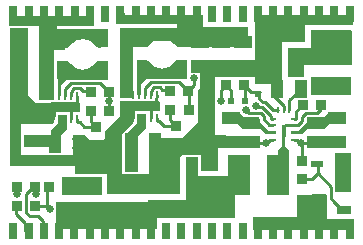
<source format=gtl>
G04*
G04 #@! TF.GenerationSoftware,Altium Limited,Altium Designer,20.0.2 (26)*
G04*
G04 Layer_Physical_Order=1*
G04 Layer_Color=255*
%FSLAX25Y25*%
%MOIN*%
G70*
G01*
G75*
%ADD15C,0.01000*%
%ADD41C,0.03347*%
%ADD42R,0.03347X0.03347*%
%ADD43R,0.04291X0.04409*%
%ADD44R,0.04331X0.01968*%
%ADD45R,0.03347X0.03347*%
%ADD46R,0.13504X0.06024*%
%ADD47R,0.04724X0.02559*%
%ADD48R,0.04000X0.06000*%
%ADD49R,0.06000X0.04000*%
%ADD50R,0.16929X0.03347*%
%ADD51R,0.09449X0.03307*%
%ADD52R,0.01063X0.02913*%
%ADD53R,0.05787X0.04016*%
%ADD54R,0.05472X0.03780*%
%ADD55R,0.03780X0.05472*%
%ADD56R,0.05709X0.03543*%
%ADD57R,0.00984X0.07185*%
%ADD58R,0.02362X0.00984*%
%ADD59R,0.00984X0.02362*%
%ADD60R,0.07480X0.13386*%
%ADD61R,0.02165X0.02165*%
%ADD62R,0.02165X0.02165*%
%ADD63R,0.03347X0.06299*%
%ADD64C,0.01181*%
%ADD65R,0.03150X0.05512*%
%ADD66C,0.02559*%
G36*
X65250Y73150D02*
Y69100D01*
X80050Y69100D01*
Y62450D01*
X79976Y62524D01*
X56572D01*
X54789Y64400D01*
X48450Y64400D01*
X46650Y62550D01*
X41850D01*
X41850Y45325D01*
X37350D01*
Y68950D01*
X56572Y68950D01*
Y70000D01*
X36100Y70000D01*
Y73150D01*
X65250Y73150D01*
D02*
G37*
G36*
X91300Y73150D02*
X115200D01*
Y69850D01*
X99250Y69850D01*
X99250Y64150D01*
X91400Y64150D01*
X91400Y50300D01*
X82550Y50300D01*
X82550Y52450D01*
X69300D01*
Y33100D01*
X72750Y33100D01*
X72900Y32950D01*
X84150Y32950D01*
X84200Y32900D01*
X84251Y28750D01*
X70150D01*
X70150Y21300D01*
X64600Y21300D01*
X64600Y26487D01*
X57437Y26487D01*
Y13613D01*
X57200Y13350D01*
X33100Y13350D01*
X33100Y20300D01*
X22400Y20300D01*
Y22900D01*
X950D01*
Y68648D01*
X6850D01*
X6850Y46350D01*
X9250Y43950D01*
X24200Y43950D01*
Y40700D01*
X15331D01*
Y36900D01*
X4550D01*
Y26450D01*
X21850D01*
Y27000D01*
Y33100D01*
X25650D01*
X27350Y31400D01*
X31750D01*
X32550Y32200D01*
X32550Y34350D01*
X37400Y39200D01*
X37400Y44350D01*
X41831D01*
Y44300D01*
X50700D01*
Y41050D01*
X41831D01*
Y37250D01*
Y37231D01*
X38200Y33600D01*
Y24950D01*
X38200Y20300D01*
X47250Y20300D01*
X47250Y33650D01*
X51050D01*
Y32000D01*
X51450D01*
X58220Y32000D01*
X63350Y37069D01*
X63350Y47950D01*
X64150Y48750D01*
Y53900D01*
X61250Y53900D01*
X61250Y58300D01*
X82550Y58300D01*
Y73150D01*
X91300Y73150D01*
D02*
G37*
G36*
X101300Y67950D02*
X114700D01*
Y56350D01*
X98750D01*
Y52550D01*
X93350D01*
Y62300D01*
X101250D01*
Y68000D01*
X101300Y67950D01*
D02*
G37*
G36*
X43650Y54700D02*
X50950D01*
Y52150D01*
X46724Y52150D01*
X44450Y50182D01*
X44450Y48300D01*
X44450Y46600D01*
X43300D01*
Y55050D01*
X43650Y54700D01*
D02*
G37*
G36*
X17150Y54350D02*
X24450D01*
Y51800D01*
X20224Y51800D01*
X17950Y49832D01*
X17950Y47950D01*
X17950Y46250D01*
X16800D01*
Y54700D01*
X17150Y54350D01*
D02*
G37*
G36*
X29000Y69525D02*
X16600Y69525D01*
X16600Y67956D01*
X19150D01*
X19150Y61750D01*
X19000Y61600D01*
X15350D01*
Y44875D01*
X10550D01*
Y69525D01*
X400D01*
Y72825D01*
X29000D01*
Y69525D01*
D02*
G37*
G36*
X112850Y40800D02*
Y36950D01*
X107350D01*
X105600Y35200D01*
X99750Y35200D01*
X98050Y33500D01*
X94400D01*
X94450Y34400D01*
X94500Y34450D01*
X96800D01*
X99900Y37550D01*
Y39100D01*
X105550D01*
X106950Y40500D01*
Y40850D01*
X112800D01*
X112850Y40800D01*
D02*
G37*
G36*
X77150Y40700D02*
X78600Y39250D01*
X83300D01*
X84150Y38400D01*
Y37450D01*
X87175Y34425D01*
X89475D01*
X89525Y34375D01*
X89575Y33475D01*
X86025D01*
X84325Y35175D01*
X78375Y35175D01*
X76850Y36700D01*
X71350Y36700D01*
X71350Y40700D01*
X77150Y40700D01*
D02*
G37*
G36*
X16900Y39800D02*
X19750D01*
X19750Y35150D01*
X17700Y33100D01*
X17700Y29100D01*
X17300D01*
X15700Y29100D01*
X5700D01*
X5500Y29300D01*
X5500Y33250D01*
X14500Y33250D01*
Y34650D01*
X16800Y36950D01*
Y39800D01*
X16850Y39850D01*
X16900Y39800D01*
D02*
G37*
G36*
X112800Y32900D02*
Y28900D01*
X99950D01*
X99900Y28950D01*
Y32950D01*
X112750D01*
X112800Y32900D01*
D02*
G37*
G36*
X92600Y29550D02*
X93850Y28300D01*
X93850Y25000D01*
X90150Y25000D01*
Y28300D01*
X91450Y29522D01*
X91450Y36350D01*
X92600D01*
X92600Y29550D01*
D02*
G37*
G36*
X43400Y40150D02*
X46250D01*
X46250Y35500D01*
X43400Y32650D01*
X43400Y20950D01*
X39150Y20950D01*
X39150Y33050D01*
X43300Y37200D01*
Y40150D01*
X43350Y40200D01*
X43400Y40150D01*
D02*
G37*
G36*
X114500Y14300D02*
X109150D01*
Y27250D01*
X114450D01*
X114500Y14300D01*
D02*
G37*
G36*
X31600Y13286D02*
X18200Y13190D01*
Y19000D01*
X31600D01*
Y13286D01*
D02*
G37*
G36*
X63650Y19450D02*
X75877Y19450D01*
X75877Y5500D01*
X49800Y5500D01*
X49800Y1850D01*
X16250Y1850D01*
X16150Y1750D01*
Y10800D01*
X46750D01*
Y11400D01*
X59550Y11400D01*
X59550Y19450D01*
X59550Y25750D01*
X63650D01*
X63650Y19450D01*
D02*
G37*
G36*
X106350Y5050D02*
X115550Y5050D01*
Y1550D01*
X81900Y1550D01*
X81900Y5800D01*
X96350Y5800D01*
X96350Y13300D01*
X106350D01*
Y5050D01*
D02*
G37*
D15*
X9201Y9550D02*
X12785D01*
X13835Y8500D01*
X14150D01*
X9201Y15950D02*
X9551Y15600D01*
Y13350D02*
Y15600D01*
X1926Y14777D02*
X3100D01*
Y15950D02*
Y16100D01*
Y13350D02*
Y14777D01*
X1926D02*
X3099Y15950D01*
X82700Y42450D02*
X84950D01*
X33851Y41150D02*
Y47350D01*
X6278Y13428D02*
X8501Y15651D01*
X11701Y454D02*
Y4599D01*
X10150Y6150D02*
X11701Y4599D01*
X7350Y6150D02*
X10150D01*
X6278Y7222D02*
X7350Y6150D01*
X6278Y7222D02*
Y13428D01*
X2949Y6705D02*
Y10050D01*
Y6705D02*
X5900Y3754D01*
Y1162D02*
Y3754D01*
Y1162D02*
X7062Y0D01*
X11701Y454D02*
X12156Y0D01*
X19851Y15550D02*
X30210D01*
X13001Y15950D02*
X13301Y15650D01*
Y9349D02*
Y15650D01*
X89200Y47850D02*
Y49850D01*
X88650Y46350D02*
X90700D01*
X77170Y57550D02*
X82679D01*
X72250D02*
X77170D01*
X83479Y52371D02*
X84500Y51350D01*
X97344Y30434D02*
Y30450D01*
X48483Y42683D02*
X49637Y43836D01*
X41900Y41529D02*
X43053Y42683D01*
X21983Y42333D02*
X23137Y43486D01*
X15400Y41179D02*
X16554Y42333D01*
X50200Y30550D02*
X50551Y30199D01*
X23700Y30200D02*
X24051Y29849D01*
X92032Y41350D02*
Y42968D01*
X88650Y46350D02*
X92032Y42968D01*
X95575Y31409D02*
X96369D01*
X97344Y30434D01*
X94008Y44908D02*
X97700Y48600D01*
X89200Y47850D02*
X90700Y46350D01*
X84500Y51350D02*
X87700D01*
X68750Y53300D02*
X83479D01*
X68400Y52950D02*
X68750Y53300D01*
X68400Y29550D02*
Y52950D01*
X83479Y53300D02*
Y56529D01*
Y52371D02*
Y53300D01*
X83850Y45250D02*
Y47400D01*
X81101D02*
X83850D01*
X88544Y41350D02*
X90063D01*
X85844Y44050D02*
X88544Y41350D01*
X85050Y44050D02*
X85844D01*
X82700Y42450D02*
Y42850D01*
X87807Y38504D02*
Y39593D01*
X84950Y42450D02*
X87807Y39593D01*
X83850Y45250D02*
X85050Y44050D01*
X83850Y47400D02*
X84215D01*
X80592Y40458D02*
X84506D01*
X79600Y41450D02*
X80592Y40458D01*
X84506D02*
X85425Y39539D01*
Y38330D02*
Y39539D01*
Y38330D02*
X87228Y36527D01*
X112034Y15329D02*
Y22606D01*
X96256Y41107D02*
X98449Y43300D01*
X104551Y41701D02*
Y43300D01*
X103165Y40315D02*
X104551Y41701D01*
X99401Y40315D02*
X103165D01*
X94008Y42031D02*
Y44908D01*
X30210Y15550D02*
X30500Y15840D01*
X98050Y24501D02*
Y29728D01*
Y18399D02*
X101444D01*
X103422Y20378D01*
X110951Y7771D02*
Y8853D01*
X108550Y11254D02*
X110951Y8853D01*
X107950Y11854D02*
X109361Y10443D01*
X107950Y11854D02*
Y15850D01*
X103422Y20378D02*
X107950Y15850D01*
X13301Y9349D02*
X14150Y8500D01*
X107550Y38939D02*
X107589Y38900D01*
X109850D01*
X112034Y22606D02*
X112478Y23050D01*
X103422Y20378D02*
Y23050D01*
X110951Y7771D02*
X112034D01*
X63103Y72700D02*
X63850D01*
X58755D02*
X63103D01*
X73950Y65550D02*
X78550D01*
X65200Y65750D02*
X73750D01*
X52925Y72464D02*
X58009D01*
X63750Y64300D02*
X65200Y65750D01*
X102758Y30900D02*
X109850D01*
X97750Y30450D02*
X101300D01*
X60301Y47750D02*
X62200Y49649D01*
Y52000D01*
X73750Y65750D02*
X73950Y65550D01*
X71750Y57050D02*
X72250Y57550D01*
X83479Y56529D02*
X83590Y56640D01*
X82679Y57550D02*
X83590Y56640D01*
X60351Y41500D02*
Y47700D01*
X42139Y72150D02*
Y74217D01*
X38530Y72150D02*
X42139D01*
X38530D02*
Y73903D01*
X51956Y72314D02*
X52914Y73272D01*
X63103Y72700D02*
Y74803D01*
Y71953D02*
Y72700D01*
Y71953D02*
X63850Y72700D01*
X58009Y71953D02*
X58755Y72700D01*
X52914Y72453D02*
X52925Y72464D01*
X50693Y49157D02*
X51611Y48238D01*
X48718Y49157D02*
X50693D01*
X51611Y48238D02*
X53711D01*
X48074Y48512D02*
X48718Y49157D01*
X48074Y47862D02*
Y48512D01*
X47737Y47525D02*
X48074Y47862D01*
X58009Y72464D02*
Y74803D01*
Y71953D02*
Y72464D01*
X52914Y73272D02*
Y74803D01*
Y72453D02*
Y73272D01*
X47820D02*
Y73389D01*
Y74803D01*
Y73389D02*
X48894Y72314D01*
X51956D01*
X42725Y72441D02*
X43677Y71489D01*
Y72075D01*
X43800Y72198D01*
X46745D01*
X47820Y73272D01*
X42725Y72441D02*
Y74803D01*
X42139Y74217D02*
X42725Y74803D01*
X37630D02*
X38530Y73903D01*
X66760Y29550D02*
X68400D01*
X64184Y26974D02*
X66760Y29550D01*
X57924Y26974D02*
X64184D01*
X56950Y26000D02*
X57924Y26974D01*
X56950Y24443D02*
Y26000D01*
X42750Y15160D02*
X49650D01*
X55644Y23137D02*
X56950Y24443D01*
X47737Y46600D02*
Y47525D01*
X54249Y38152D02*
X56100Y36301D01*
X54249Y38152D02*
Y41500D01*
X49705Y37840D02*
Y38765D01*
Y37840D02*
X49737Y37809D01*
X50662D01*
X52170Y36301D01*
X56100D01*
X50551Y30199D02*
X56100D01*
X41831Y38765D02*
Y39691D01*
X41900Y39759D01*
Y41529D01*
X43053Y42683D02*
X45768D01*
X49705Y45675D02*
Y46600D01*
X49637Y45606D02*
X49705Y45675D01*
X49637Y43836D02*
Y45606D01*
X45768Y42683D02*
X48483D01*
X47737Y41936D02*
X48483Y42683D01*
X47737Y38765D02*
Y41936D01*
X45768Y46600D02*
Y48713D01*
X60301Y47750D02*
X60351Y47700D01*
X53711Y48238D02*
X54199Y47750D01*
X45768Y48713D02*
X47812Y50757D01*
X57294D01*
X60301Y47750D01*
X55644Y16250D02*
Y23137D01*
X49650Y15160D02*
X54554D01*
X55644Y16250D01*
X87700Y51350D02*
X89200Y49850D01*
X30795Y50407D02*
X33801Y47400D01*
X21312Y50407D02*
X30795D01*
X19268Y48363D02*
X21312Y50407D01*
X24193Y48807D02*
X25111Y47888D01*
X22218Y48807D02*
X24193D01*
X21574Y48162D02*
X22218Y48807D01*
X27211Y47888D02*
X27699Y47400D01*
X25111Y47888D02*
X27211D01*
X21574Y47512D02*
Y48162D01*
X21237Y47175D02*
X21574Y47512D01*
X33801Y47400D02*
X33851Y47350D01*
X19268Y46250D02*
Y48363D01*
X21237Y38415D02*
Y41586D01*
X21983Y42333D01*
X19268D02*
X21983D01*
X23137Y43486D02*
Y45256D01*
X23205Y45325D01*
Y46250D01*
X16554Y42333D02*
X19268D01*
X15400Y39409D02*
Y41179D01*
X15331Y39341D02*
X15400Y39409D01*
X15331Y38415D02*
Y39341D01*
X24051Y29849D02*
X29600D01*
X25670Y35951D02*
X29600D01*
X24162Y37459D02*
X25670Y35951D01*
X23237Y37459D02*
X24162D01*
X23205Y37490D02*
X23237Y37459D01*
X23205Y37490D02*
Y38415D01*
X27749Y37802D02*
Y41150D01*
Y37802D02*
X29600Y35951D01*
X21237Y46250D02*
Y47175D01*
X96256Y38504D02*
Y41107D01*
X92078Y35828D02*
X92600Y36350D01*
X92039Y35828D02*
X92078D01*
X87228Y36527D02*
X88488D01*
X81758Y30450D02*
X86050D01*
X81300Y30908D02*
X81758Y30450D01*
X87415Y31409D02*
X88488D01*
X86456Y30450D02*
X87415Y31409D01*
X86050Y30450D02*
X86456D01*
X71300Y44400D02*
Y48301D01*
X72699Y49700D01*
X87815Y38496D02*
X88488D01*
X87807Y38504D02*
X87815Y38496D01*
X74500Y44500D02*
Y47899D01*
X72699Y49700D02*
X74500Y47899D01*
X79100Y49401D02*
X81101Y47400D01*
X79100Y44500D02*
Y49401D01*
X78801Y49700D02*
X79100Y49401D01*
X94000Y42023D02*
X94008Y42031D01*
X94000Y41350D02*
Y42023D01*
X95575Y38496D02*
X96248D01*
X96256Y38504D01*
X95575Y36527D02*
X95583Y36535D01*
X96843D01*
X98122Y37814D01*
Y39036D01*
X99401Y40315D01*
X92777Y36527D02*
X95575D01*
X92600Y36350D02*
X92777Y36527D01*
X92032Y32736D02*
Y35820D01*
X92039Y35828D01*
D41*
X45920Y56561D02*
G03*
X57180Y56561I5630J3798D01*
G01*
Y64156D02*
G03*
X45920Y64156I-5630J-3798D01*
G01*
X30680Y63806D02*
G03*
X19420Y63806I-5630J-3798D01*
G01*
Y56211D02*
G03*
X30680Y56211I5630J3798D01*
G01*
D42*
X3099Y15950D02*
D03*
X9201D02*
D03*
X54199Y47750D02*
D03*
X60301D02*
D03*
X54249Y41500D02*
D03*
X60351D02*
D03*
X9201Y9550D02*
D03*
X3099D02*
D03*
X13749Y15950D02*
D03*
X19851D02*
D03*
X72699Y49700D02*
D03*
X78801D02*
D03*
X98449Y43300D02*
D03*
X104551D02*
D03*
X33801Y47400D02*
D03*
X27699D02*
D03*
X33851Y41150D02*
D03*
X27749D02*
D03*
D43*
X96250Y54701D02*
D03*
Y67299D02*
D03*
D44*
X112228Y23550D02*
D03*
X103172D02*
D03*
D45*
X98050Y18399D02*
D03*
Y24501D02*
D03*
X56100Y30199D02*
D03*
Y36301D02*
D03*
X29600Y35951D02*
D03*
Y29849D02*
D03*
D46*
X108000Y65066D02*
D03*
Y49633D02*
D03*
D47*
X112234Y8220D02*
D03*
Y15779D02*
D03*
X103966Y12000D02*
D03*
D48*
X49150Y24000D02*
D03*
X41150D02*
D03*
Y30650D02*
D03*
X49150D02*
D03*
X4750Y59300D02*
D03*
X12750D02*
D03*
X23700Y30200D02*
D03*
X15700D02*
D03*
X89700Y48600D02*
D03*
X97700D02*
D03*
X4750Y65750D02*
D03*
X12750D02*
D03*
X4750Y52400D02*
D03*
X12750D02*
D03*
D49*
X71325Y64300D02*
D03*
Y56300D02*
D03*
X78400Y64300D02*
D03*
Y56300D02*
D03*
X64250Y64300D02*
D03*
Y56300D02*
D03*
X109850Y30900D02*
D03*
Y38900D02*
D03*
X74350Y30700D02*
D03*
Y38700D02*
D03*
X8800Y39150D02*
D03*
Y31150D02*
D03*
D50*
X51550Y67150D02*
D03*
Y53567D02*
D03*
X25050Y53217D02*
D03*
Y66800D02*
D03*
D51*
X45768Y42683D02*
D03*
X19268Y42333D02*
D03*
D52*
X41831Y46600D02*
D03*
X43800D02*
D03*
X45768D02*
D03*
X47737D02*
D03*
X49705D02*
D03*
Y38765D02*
D03*
X47737D02*
D03*
X45768D02*
D03*
X43800D02*
D03*
X41831D02*
D03*
X15331Y38415D02*
D03*
X17300D02*
D03*
X19268D02*
D03*
X21237D02*
D03*
X23205D02*
D03*
Y46250D02*
D03*
X21237D02*
D03*
X19268D02*
D03*
X17300D02*
D03*
X15331D02*
D03*
D53*
X81300Y30908D02*
D03*
Y37207D02*
D03*
X102750Y30908D02*
D03*
Y37207D02*
D03*
D54*
X49650Y8940D02*
D03*
Y15160D02*
D03*
X42750Y8940D02*
D03*
Y15160D02*
D03*
X67300Y16990D02*
D03*
Y23210D02*
D03*
D55*
X61865Y16250D02*
D03*
X55644D02*
D03*
X61865Y23137D02*
D03*
X55644D02*
D03*
D56*
X27550Y8360D02*
D03*
Y15840D02*
D03*
D57*
X92032Y32736D02*
D03*
D58*
X88488Y31409D02*
D03*
Y33968D02*
D03*
Y36527D02*
D03*
Y38496D02*
D03*
X95575D02*
D03*
Y36527D02*
D03*
Y33968D02*
D03*
Y31409D02*
D03*
D59*
X90063Y41350D02*
D03*
X92032D02*
D03*
X94000D02*
D03*
D60*
X77154Y19750D02*
D03*
X90146D02*
D03*
D61*
X74500Y44500D02*
D03*
X79100D02*
D03*
D62*
X83650Y46800D02*
D03*
Y51400D02*
D03*
D63*
X58341Y65674D02*
D03*
X44759D02*
D03*
X58341Y55044D02*
D03*
X44759D02*
D03*
X18259Y54694D02*
D03*
X31841D02*
D03*
X18259Y65324D02*
D03*
X31841D02*
D03*
D64*
X49509Y42683D02*
D03*
X45768D02*
D03*
X42028D02*
D03*
X15528Y42333D02*
D03*
X19268D02*
D03*
X23009D02*
D03*
D65*
X1969Y1181D02*
D03*
X7062D02*
D03*
X37623D02*
D03*
X32530D02*
D03*
X27436D02*
D03*
X22343D02*
D03*
X17249D02*
D03*
X12156D02*
D03*
X42717D02*
D03*
X47811D02*
D03*
X52906D02*
D03*
X83473D02*
D03*
X78378D02*
D03*
X73284D02*
D03*
X68189D02*
D03*
X63095D02*
D03*
X58000D02*
D03*
X88568D02*
D03*
X103851D02*
D03*
X93662D02*
D03*
X98757D02*
D03*
X108946D02*
D03*
X114040D02*
D03*
Y73622D02*
D03*
X108947D02*
D03*
X78386D02*
D03*
X83479D02*
D03*
X88573D02*
D03*
X93666D02*
D03*
X98760D02*
D03*
X103853D02*
D03*
X73292D02*
D03*
X68198D02*
D03*
X63103D02*
D03*
X32536D02*
D03*
X37630D02*
D03*
X42725D02*
D03*
X47820D02*
D03*
X52914D02*
D03*
X58009D02*
D03*
X27441D02*
D03*
X12157D02*
D03*
X22347D02*
D03*
X17252D02*
D03*
X7063D02*
D03*
X1969D02*
D03*
D66*
X3100Y13350D02*
D03*
X13050Y54300D02*
D03*
X14000Y47200D02*
D03*
X9551Y13350D02*
D03*
X30000Y14600D02*
D03*
Y17550D02*
D03*
X26875Y14600D02*
D03*
Y17550D02*
D03*
X23750Y14600D02*
D03*
Y17550D02*
D03*
X104650Y30450D02*
D03*
X61450Y23700D02*
D03*
X4850Y48600D02*
D03*
Y52300D02*
D03*
Y59700D02*
D03*
X73400Y30450D02*
D03*
X73100Y38200D02*
D03*
X97350Y54050D02*
D03*
X95100Y56300D02*
D03*
X97350Y58500D02*
D03*
X103200Y49750D02*
D03*
X106277D02*
D03*
X112431D02*
D03*
X109354D02*
D03*
X111831Y18857D02*
D03*
Y15779D02*
D03*
Y21934D02*
D03*
Y25011D02*
D03*
X82700Y42850D02*
D03*
X79600Y41450D02*
D03*
X95100Y60750D02*
D03*
X104450Y37000D02*
D03*
X14150Y8500D02*
D03*
X101300Y30450D02*
D03*
X67480Y56450D02*
D03*
X64250D02*
D03*
X73940D02*
D03*
X70710D02*
D03*
X80400D02*
D03*
X77170D02*
D03*
X71300Y44400D02*
D03*
X62200Y52000D02*
D03*
X64600Y65200D02*
D03*
X49300Y22350D02*
D03*
X49200Y25450D02*
D03*
X41400Y22300D02*
D03*
Y25450D02*
D03*
Y32250D02*
D03*
Y29100D02*
D03*
X49200Y32250D02*
D03*
X49300Y29150D02*
D03*
X22800Y28800D02*
D03*
X22700Y31900D02*
D03*
X10550Y38150D02*
D03*
X7200Y38200D02*
D03*
X4850Y63400D02*
D03*
Y56000D02*
D03*
Y67100D02*
D03*
X15800Y28750D02*
D03*
Y31900D02*
D03*
X10700Y31000D02*
D03*
X7350D02*
D03*
X33700Y44350D02*
D03*
X76500Y30450D02*
D03*
X76150Y38200D02*
D03*
X79600Y37000D02*
D03*
X82950D02*
D03*
X101200D02*
D03*
X97750Y30450D02*
D03*
X86050D02*
D03*
X79850D02*
D03*
M02*

</source>
